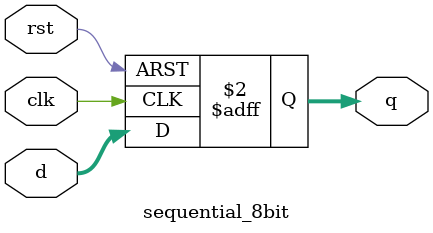
<source format=v>

module sequential_8bit(
   input clk, rst,
   input wire[7:0] d ,
   output reg [7:0] q
);

always @(posedge clk or posedge rst) begin
      if(rst)
         q <= 8'b00000000;
      else
         q <= d;
end
endmodule
</source>
